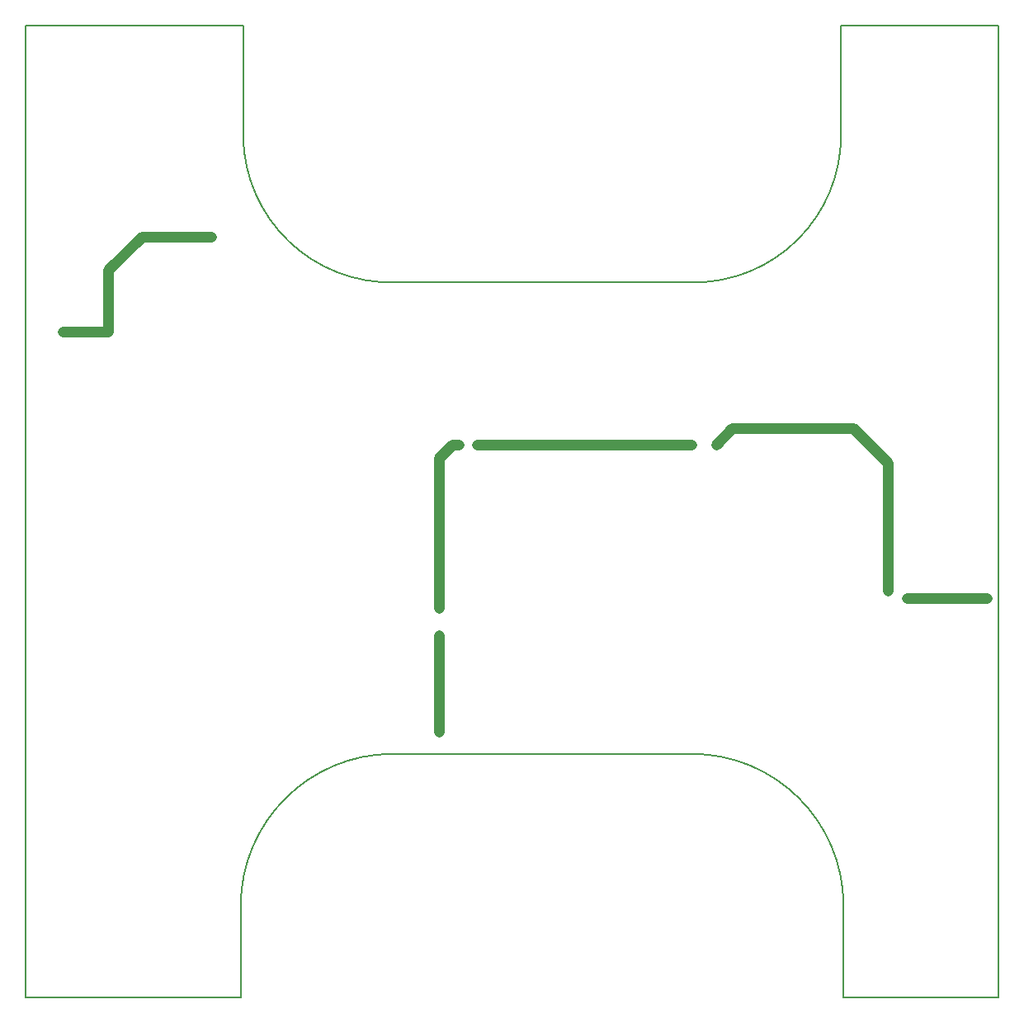
<source format=gko>
G04 Layer_Color=16711935*
%FSLAX25Y25*%
%MOIN*%
G70*
G01*
G75*
%ADD44C,0.00787*%
%ADD72C,0.04331*%
D44*
X80500Y340000D02*
G03*
X141500Y281500I59750J1250D01*
G01*
X262500D02*
G03*
X322000Y340750I125J59375D01*
G01*
X323000Y30000D02*
G03*
X261500Y91000I-61250J-250D01*
G01*
X141000D02*
G03*
X79500Y29500I0J-61500D01*
G01*
X-7500Y-7500D02*
Y385300D01*
Y385400D02*
X80500D01*
X-7500Y-7500D02*
X79500D01*
X323000D02*
X385700D01*
X322000Y385400D02*
X385700D01*
Y-7500D02*
Y385400D01*
X80500Y340000D02*
Y385400D01*
X322000Y340750D02*
Y385400D01*
X141500Y281500D02*
X262500D01*
X79500Y-7500D02*
Y29500D01*
X323000Y-7500D02*
Y30000D01*
X141000Y91000D02*
X261500D01*
D72*
X271500Y216000D02*
X278000Y222500D01*
X327000D01*
X175000Y216000D02*
X261500D01*
X165000D02*
X167500D01*
X159500Y100000D02*
Y139000D01*
X348500Y154000D02*
X381000D01*
X159500Y150000D02*
Y210500D01*
X165000Y216000D01*
X341000Y157000D02*
Y208500D01*
X327000Y222500D02*
X341000Y208500D01*
X26000Y286500D02*
X39500Y300000D01*
X7500Y261500D02*
X26000D01*
Y286500D01*
X39500Y300000D02*
X67500D01*
M02*

</source>
